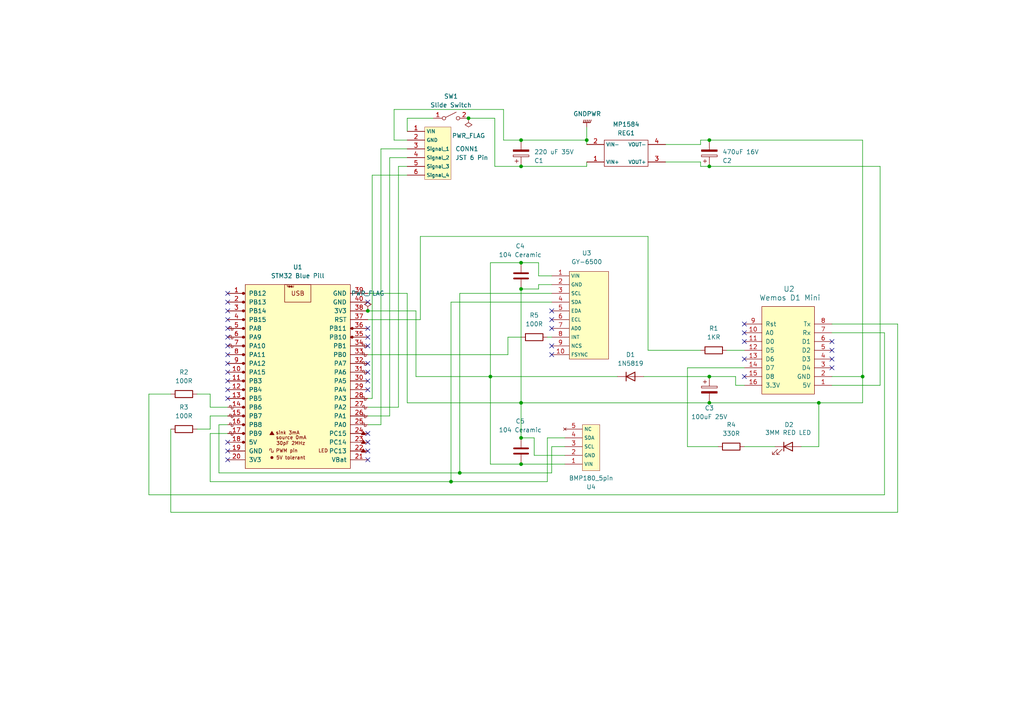
<source format=kicad_sch>
(kicad_sch (version 20250114) (generator "eeschema") (generator_version "9.0")
  (paper "A4")
  (lib_symbols
    (symbol "Device:C" (pin_numbers (hide yes)) (pin_names (offset 0.254))
      (property "Reference" "C" (at 0.635 2.54 0))
      (property "Value" "C" (at 0.635 -2.54 0))
      (symbol "C_0_1"
        (polyline (pts (xy -2.032 0.762) (xy 2.032 0.762)) (stroke (width 0.508)))
        (polyline (pts (xy -2.032 -0.762) (xy 2.032 -0.762)) (stroke (width 0.508)))
      )
      (symbol "C_1_1"
        (pin passive line (at 0 3.81 270) (length 2.794) (name "~") (number "1"))
        (pin passive line (at 0 -3.81 90) (length 2.794) (name "~") (number "2"))
      )
    )
    (symbol "Device:C_Polarized" (pin_numbers (hide yes)) (pin_names (offset 0.254))
      (property "Reference" "C" (at 0.635 2.54 0))
      (property "Value" "C_Polarized" (at 0.635 -2.54 0))
      (symbol "C_Polarized_0_1"
        (rectangle (start -2.286 0.508) (end 2.286 1.016))
        (polyline (pts (xy -1.778 2.286) (xy -0.762 2.286)))
        (polyline (pts (xy -1.27 2.794) (xy -1.27 1.778)))
        (rectangle (start 2.286 -0.508) (end -2.286 -1.016) (fill (type outline)))
      )
      (symbol "C_Polarized_1_1"
        (pin passive line (at 0 3.81 270) (length 2.794) (name "~") (number "1"))
        (pin passive line (at 0 -3.81 90) (length 2.794) (name "~") (number "2"))
      )
    )
    (symbol "Device:D" (pin_numbers (hide yes)) (pin_names (offset 1.016) (hide yes))
      (property "Reference" "D" (at 0 2.54 0))
      (property "Value" "D" (at 0 -2.54 0))
      (symbol "D_0_1"
        (polyline (pts (xy -1.27 1.27) (xy -1.27 -1.27)) (stroke (width 0.254)))
        (polyline (pts (xy 1.27 1.27) (xy 1.27 -1.27) (xy -1.27 0) (xy 1.27 1.27)) (stroke (width 0.254)))
        (polyline (pts (xy 1.27 0) (xy -1.27 0)))
      )
      (symbol "D_1_1"
        (pin passive line (at -3.81 0 0) (length 2.54) (name "K") (number "1"))
        (pin passive line (at 3.81 0 180) (length 2.54) (name "A") (number "2"))
      )
    )
    (symbol "Device:LED" (pin_numbers (hide yes)) (pin_names (offset 1.016) (hide yes))
      (property "Reference" "D" (at 0 2.54 0))
      (property "Value" "LED" (at 0 -2.54 0))
      (symbol "LED_0_1"
        (polyline (pts (xy -3.048 -0.762) (xy -4.572 -2.286) (xy -3.81 -2.286) (xy -4.572 -2.286) (xy -4.572 -1.524)))
        (polyline (pts (xy -1.778 -0.762) (xy -3.302 -2.286) (xy -2.54 -2.286) (xy -3.302 -2.286) (xy -3.302 -1.524)))
        (polyline (pts (xy -1.27 0) (xy 1.27 0)))
        (polyline (pts (xy -1.27 -1.27) (xy -1.27 1.27)) (stroke (width 0.254)))
        (polyline (pts (xy 1.27 -1.27) (xy 1.27 1.27) (xy -1.27 0) (xy 1.27 -1.27)) (stroke (width 0.254)))
      )
      (symbol "LED_1_1"
        (pin passive line (at -3.81 0 0) (length 2.54) (name "K") (number "1"))
        (pin passive line (at 3.81 0 180) (length 2.54) (name "A") (number "2"))
      )
    )
    (symbol "Device:R" (pin_numbers (hide yes)) (pin_names (offset 0))
      (property "Reference" "R" (at 2.032 0 90))
      (property "Value" "R" (at 0 0 90))
      (symbol "R_0_1"
        (rectangle (start -1.016 -2.54) (end 1.016 2.54) (stroke (width 0.254)))
      )
      (symbol "R_1_1"
        (pin passive line (at 0 3.81 270) (length 1.27) (name "~") (number "1"))
        (pin passive line (at 0 -3.81 90) (length 1.27) (name "~") (number "2"))
      )
    )
    (symbol "JST_6pin:JST_XH_6pin"
      (property "Reference" "CONN" (at -0.254 9.398 0))
      (property "Value" "JST 6 Pin" (at 0 -9.398 0))
      (symbol "JST_XH_6pin_1_1"
        (rectangle (start -3.81 7.62) (end 3.81 -7.62) (stroke (width 0.0508)) (fill (type background)))
        (pin power_out line (at -8.89 6.35 0) (length 5.08) (name "VIN") (number "1"))
        (pin power_out line (at -8.89 3.81 0) (length 5.08) (name "GND") (number "2"))
        (pin bidirectional line (at -8.89 1.27 0) (length 5.08) (name "Signal_1") (number "3"))
        (pin bidirectional line (at -8.89 -1.27 0) (length 5.08) (name "Signal_2") (number "4"))
        (pin bidirectional line (at -8.89 -3.81 0) (length 5.08) (name "Signal_3") (number "5"))
        (pin bidirectional line (at -8.89 -6.35 0) (length 5.08) (name "Signal_4") (number "6"))
      )
    )
    (symbol "Switch:SW_SPST" (pin_names (offset 0) (hide yes))
      (property "Reference" "SW" (at 0 3.175 0))
      (property "Value" "SW_SPST" (at 0 -2.54 0))
      (symbol "SW_SPST_0_0"
        (circle (center -2.032 0) (radius 0.508))
        (polyline (pts (xy -1.524 0.254) (xy 1.524 1.778)))
        (circle (center 2.032 0) (radius 0.508))
      )
      (symbol "SW_SPST_1_1"
        (pin passive line (at -5.08 0 0) (length 2.54) (name "A") (number "1"))
        (pin passive line (at 5.08 0 180) (length 2.54) (name "B") (number "2"))
      )
    )
    (symbol "YAAJ_BluePill_Part_Like:YAAJ_BluePill_Part_Like" (pin_names (offset 1.016))
      (property "Reference" "U1" (at 0 30.48 0))
      (property "Value" "STM32 Blue Pill" (at 0 27.94 0))
      (symbol "YAAJ_BluePill_Part_Like_0_0"
        (circle (center -15.748 22.86) (radius 0.3556) (fill (type outline)))
        (circle (center -15.748 17.78) (radius 0.3556) (fill (type outline)))
        (circle (center -15.748 15.24) (radius 0.3556) (fill (type outline)))
        (circle (center -15.748 12.7) (radius 0.3556) (fill (type outline)))
        (circle (center -15.748 10.16) (radius 0.3556) (fill (type outline)))
        (circle (center -15.748 7.62) (radius 0.3556) (fill (type outline)))
        (circle (center -15.748 5.08) (radius 0.3556) (fill (type outline)))
        (circle (center -15.748 2.54) (radius 0.3556) (fill (type outline)))
        (circle (center -15.748 0) (radius 0.3556) (fill (type outline)))
        (circle (center -15.748 -2.54) (radius 0.3556) (fill (type outline)))
        (circle (center -15.748 -5.08) (radius 0.3556) (fill (type outline)))
        (circle (center -15.748 -7.62) (radius 0.3556) (fill (type outline)))
        (circle (center -15.748 -10.16) (radius 0.3556) (fill (type outline)))
        (circle (center -15.748 -12.7) (radius 0.3556) (fill (type outline)))
        (circle (center -15.748 -15.24) (radius 0.3556) (fill (type outline)))
        (circle (center -15.748 -17.78) (radius 0.3556) (fill (type outline)))
        (circle (center -15.748 -20.32) (radius 0.3556) (fill (type outline)))
        (polyline (pts (xy -8.128 -18.161) (xy -7.493 -17.145) (xy -6.858 -18.161) (xy -8.128 -18.161) (xy -7.493 -17.272) (xy -6.985 -18.161) (xy -8.001 -18.034) (xy -7.493 -17.399) (xy -7.112 -18.161) (xy -7.874 -17.907) (xy -7.366 -17.526) (xy -7.239 -18.161) (xy -7.747 -17.78) (xy -7.239 -17.653) (xy -7.366 -18.034) (xy -7.62 -17.78) (xy -7.366 -17.907) (xy -7.493 -17.653)))
        (circle (center -7.493 -24.765) (radius 0.127) (fill (type outline)))
        (circle (center -7.493 -24.765) (radius 0.254))
        (circle (center -7.493 -24.765) (radius 0.3556))
        (circle (center 15.748 12.7) (radius 0.254) (fill (type outline)))
        (circle (center 15.748 12.7) (radius 0.3556))
        (circle (center 15.748 10.16) (radius 0.254) (fill (type outline)))
        (circle (center 15.748 10.16) (radius 0.3556))
        (polyline (pts (xy 18.415 -18.161) (xy 19.05 -17.145) (xy 19.685 -18.161) (xy 18.415 -18.161) (xy 19.05 -17.272) (xy 19.558 -18.161) (xy 18.542 -18.034) (xy 19.05 -17.399) (xy 19.431 -18.161) (xy 18.669 -17.907) (xy 19.177 -17.526) (xy 19.304 -18.161) (xy 18.796 -17.78) (xy 19.304 -17.653) (xy 19.177 -18.034) (xy 18.923 -17.78) (xy 19.177 -17.907) (xy 19.05 -17.653)))
        (polyline (pts (xy 18.415 -20.701) (xy 19.05 -19.685) (xy 19.685 -20.701) (xy 18.415 -20.701) (xy 19.05 -19.812) (xy 19.558 -20.701) (xy 18.542 -20.574) (xy 19.05 -19.939) (xy 19.431 -20.701) (xy 18.669 -20.447) (xy 19.177 -20.066) (xy 19.304 -20.701) (xy 18.796 -20.32) (xy 19.304 -20.193) (xy 19.177 -20.574) (xy 18.923 -20.32) (xy 19.177 -20.447) (xy 19.05 -20.193)))
        (polyline (pts (xy 18.415 -23.241) (xy 19.05 -22.225) (xy 19.685 -23.241) (xy 18.415 -23.241) (xy 19.05 -22.352) (xy 19.558 -23.241) (xy 18.542 -23.114) (xy 19.05 -22.479) (xy 19.431 -23.241) (xy 18.669 -22.987) (xy 19.177 -22.606) (xy 19.304 -23.241) (xy 18.796 -22.86) (xy 19.304 -22.733) (xy 19.177 -23.114) (xy 18.923 -22.86) (xy 19.177 -22.987) (xy 19.05 -22.733)))
        (text "PWM pin" (at -3.175 -22.733 0) (effects (font (size 0.9906 0.9906))))
        (text "sink 3mA" (at -2.921 -17.526 0) (effects (font (size 0.9906 0.9906))))
        (text "Y@@J" (at -2.159 24.892 0) (effects (font (size 0.508 0.508))))
        (text "30pF 2MHz" (at -2.032 -20.574 0) (effects (font (size 0.9906 0.9906))))
        (text "5V tolerant" (at -2.032 -24.765 0) (effects (font (size 0.9906 0.9906))))
        (text "source 0mA" (at -1.905 -18.923 0) (effects (font (size 0.9906 0.9906))))
        (text "USB" (at 0 22.86 0) (effects (font (size 1.27 1.27))))
        (text "LED" (at 7.366 -22.733 0) (effects (font (size 0.9906 0.9906))))
      )
      (symbol "YAAJ_BluePill_Part_Like_0_1"
        (polyline (pts (xy -18.796 12.7) (xy -18.796 12.192) (xy -19.304 12.192) (xy -19.304 13.208) (xy -19.812 13.208) (xy -19.812 12.7)))
        (polyline (pts (xy -18.796 10.16) (xy -18.796 9.652) (xy -19.304 9.652) (xy -19.304 10.668) (xy -19.812 10.668) (xy -19.812 10.16)))
        (polyline (pts (xy -18.796 7.62) (xy -18.796 7.112) (xy -19.304 7.112) (xy -19.304 8.128) (xy -19.812 8.128) (xy -19.812 7.62)))
        (polyline (pts (xy -18.796 -10.16) (xy -18.796 -10.668) (xy -19.304 -10.668) (xy -19.304 -9.652) (xy -19.812 -9.652) (xy -19.812 -10.16)))
        (polyline (pts (xy -18.796 -12.7) (xy -18.796 -13.208) (xy -19.304 -13.208) (xy -19.304 -12.192) (xy -19.812 -12.192) (xy -19.812 -12.7)))
        (polyline (pts (xy -18.796 -15.24) (xy -18.796 -15.748) (xy -19.304 -15.748) (xy -19.304 -14.732) (xy -19.812 -14.732) (xy -19.812 -15.24)))
        (polyline (pts (xy -18.796 -17.78) (xy -18.796 -18.288) (xy -19.304 -18.288) (xy -19.304 -17.272) (xy -19.812 -17.272) (xy -19.812 -17.78)))
        (rectangle (start -15.24 25.4) (end 15.24 -27.94) (fill (type background)))
        (polyline (pts (xy -7.112 -22.733) (xy -7.112 -23.241) (xy -7.62 -23.241) (xy -7.62 -22.225) (xy -8.128 -22.225) (xy -8.128 -22.733)))
        (rectangle (start 3.81 25.4) (end -3.81 20.32))
        (polyline (pts (xy 19.812 7.62) (xy 19.812 7.112) (xy 19.304 7.112) (xy 19.304 8.128) (xy 18.796 8.128) (xy 18.796 7.62)))
        (polyline (pts (xy 19.812 5.08) (xy 19.812 4.572) (xy 19.304 4.572) (xy 19.304 5.588) (xy 18.796 5.588) (xy 18.796 5.08)))
        (polyline (pts (xy 19.812 2.54) (xy 19.812 2.032) (xy 19.304 2.032) (xy 19.304 3.048) (xy 18.796 3.048) (xy 18.796 2.54)))
        (polyline (pts (xy 19.812 0) (xy 19.812 -0.508) (xy 19.304 -0.508) (xy 19.304 0.508) (xy 18.796 0.508) (xy 18.796 0)))
        (polyline (pts (xy 19.812 -7.62) (xy 19.812 -8.128) (xy 19.304 -8.128) (xy 19.304 -7.112) (xy 18.796 -7.112) (xy 18.796 -7.62)))
        (polyline (pts (xy 19.812 -10.16) (xy 19.812 -10.668) (xy 19.304 -10.668) (xy 19.304 -9.652) (xy 18.796 -9.652) (xy 18.796 -10.16)))
        (polyline (pts (xy 19.812 -12.7) (xy 19.812 -13.208) (xy 19.304 -13.208) (xy 19.304 -12.192) (xy 18.796 -12.192) (xy 18.796 -12.7)))
        (polyline (pts (xy 19.812 -15.24) (xy 19.812 -15.748) (xy 19.304 -15.748) (xy 19.304 -14.732) (xy 18.796 -14.732) (xy 18.796 -15.24)))
      )
      (symbol "YAAJ_BluePill_Part_Like_1_1"
        (circle (center -15.748 20.32) (radius 0.3556) (fill (type outline)))
        (pin bidirectional line (at -20.32 22.86 0) (length 5.08) (name "PB12") (number "1"))
        (pin bidirectional line (at -20.32 20.32 0) (length 5.08) (name "PB13") (number "2"))
        (pin bidirectional line (at -20.32 17.78 0) (length 5.08) (name "PB14") (number "3"))
        (pin bidirectional line (at -20.32 15.24 0) (length 5.08) (name "PB15") (number "4"))
        (pin bidirectional line (at -20.32 12.7 0) (length 5.08) (name "PA8") (number "5"))
        (pin bidirectional line (at -20.32 10.16 0) (length 5.08) (name "PA9") (number "6"))
        (pin bidirectional line (at -20.32 7.62 0) (length 5.08) (name "PA10") (number "7"))
        (pin bidirectional line (at -20.32 5.08 0) (length 5.08) (name "PA11") (number "8"))
        (pin bidirectional line (at -20.32 2.54 0) (length 5.08) (name "PA12") (number "9"))
        (pin bidirectional line (at -20.32 0 0) (length 5.08) (name "PA15") (number "10"))
        (pin bidirectional line (at -20.32 -2.54 0) (length 5.08) (name "PB3") (number "11"))
        (pin bidirectional line (at -20.32 -5.08 0) (length 5.08) (name "PB4") (number "12"))
        (pin bidirectional line (at -20.32 -7.62 0) (length 5.08) (name "PB5") (number "13"))
        (pin bidirectional line (at -20.32 -10.16 0) (length 5.08) (name "PB6") (number "14"))
        (pin bidirectional line (at -20.32 -12.7 0) (length 5.08) (name "PB7") (number "15"))
        (pin bidirectional line (at -20.32 -15.24 0) (length 5.08) (name "PB8") (number "16"))
        (pin bidirectional line (at -20.32 -17.78 0) (length 5.08) (name "PB9") (number "17"))
        (pin power_in line (at -20.32 -20.32 0) (length 5.08) (name "5V") (number "18"))
        (pin power_in line (at -20.32 -22.86 0) (length 5.08) (name "GND") (number "19"))
        (pin power_in line (at -20.32 -25.4 0) (length 5.08) (name "3V3") (number "20"))
        (pin power_in line (at 20.32 22.86 180) (length 5.08) (name "GND") (number "39"))
        (pin power_in line (at 20.32 20.32 180) (length 5.08) (name "GND") (number "40"))
        (pin power_in line (at 20.32 17.78 180) (length 5.08) (name "3V3") (number "38"))
        (pin input line (at 20.32 15.24 180) (length 5.08) (name "RST") (number "37"))
        (pin bidirectional line (at 20.32 12.7 180) (length 5.08) (name "PB11") (number "36"))
        (pin bidirectional line (at 20.32 10.16 180) (length 5.08) (name "PB10") (number "35"))
        (pin bidirectional line (at 20.32 7.62 180) (length 5.08) (name "PB1") (number "34"))
        (pin bidirectional line (at 20.32 5.08 180) (length 5.08) (name "PB0") (number "33"))
        (pin bidirectional line (at 20.32 2.54 180) (length 5.08) (name "PA7") (number "32"))
        (pin bidirectional line (at 20.32 0 180) (length 5.08) (name "PA6") (number "31"))
        (pin bidirectional line (at 20.32 -2.54 180) (length 5.08) (name "PA5") (number "30"))
        (pin bidirectional line (at 20.32 -5.08 180) (length 5.08) (name "PA4") (number "29"))
        (pin bidirectional line (at 20.32 -7.62 180) (length 5.08) (name "PA3") (number "28"))
        (pin bidirectional line (at 20.32 -10.16 180) (length 5.08) (name "PA2") (number "27"))
        (pin bidirectional line (at 20.32 -12.7 180) (length 5.08) (name "PA1") (number "26"))
        (pin bidirectional line (at 20.32 -15.24 180) (length 5.08) (name "PA0") (number "25"))
        (pin bidirectional line (at 20.32 -17.78 180) (length 5.08) (name "PC15") (number "24"))
        (pin bidirectional line (at 20.32 -20.32 180) (length 5.08) (name "PC14") (number "23"))
        (pin bidirectional line (at 20.32 -22.86 180) (length 5.08) (name "PC13") (number "22"))
        (pin power_in line (at 20.32 -25.4 180) (length 5.08) (name "VBat") (number "21"))
      )
    )
    (symbol "bmp180:BMP180_5pin"
      (property "Reference" "U" (at 0 8.636 0))
      (property "Value" "BMP180_5pin" (at 0 -8.636 0))
      (symbol "BMP180_5pin_1_0"
        (pin power_in line (at -7.62 5.08 0) (length 5.08) (name "VIN") (number "1"))
        (pin power_in line (at -7.62 2.54 0) (length 5.08) (name "GND") (number "2"))
        (pin bidirectional line (at -7.62 0 0) (length 5.08) (name "SCL") (number "3"))
        (pin bidirectional line (at -7.62 -2.54 0) (length 5.08) (name "SDA") (number "4"))
        (pin no_connect line (at -7.62 -5.08 0) (length 5.08) (name "NC") (number "5"))
      )
      (symbol "BMP180_5pin_1_1"
        (rectangle (start -2.54 6.985) (end 2.54 -6.35) (stroke (width 0.1)) (fill (type background)))
      )
    )
    (symbol "gy6500:GY-6500"
      (property "Reference" "U" (at 2.794 15.24 0))
      (property "Value" "GY-6500" (at 0 -15.24 0))
      (symbol "GY-6500_1_0"
        (pin power_in line (at -10.16 11.43 0) (length 5.08) (name "VIN") (number "1"))
        (pin power_in line (at -10.16 8.89 0) (length 5.08) (name "GND") (number "2"))
        (pin bidirectional line (at -10.16 6.35 0) (length 5.08) (name "SCL") (number "3"))
        (pin bidirectional line (at -10.16 3.81 0) (length 5.08) (name "SDA") (number "4"))
        (pin bidirectional line (at -10.16 1.27 0) (length 5.08) (name "EDA") (number "5"))
        (pin bidirectional line (at -10.16 -1.27 0) (length 5.08) (name "ECL") (number "6"))
        (pin input line (at -10.16 -3.81 0) (length 5.08) (name "AD0") (number "7"))
        (pin output line (at -10.16 -6.35 0) (length 5.08) (name "INT") (number "8"))
        (pin input line (at -10.16 -8.89 0) (length 5.08) (name "NCS") (number "9"))
        (pin input line (at -10.16 -11.43 0) (length 5.08) (name "FSYNC") (number "10"))
      )
      (symbol "GY-6500_1_1"
        (rectangle (start -5.08 12.7) (end 6.35 -12.7) (stroke (width 0.127)) (fill (type background)))
      )
    )
    (symbol "mp1584:MP1584"
      (property "Reference" "REG" (at 0 5.842 0))
      (property "Value" "MP1584" (at -0.254 -5.588 0))
      (symbol "MP1584_0_1"
        (rectangle (start -6.35 3.81) (end 6.35 -3.81))
      )
      (symbol "MP1584_1_1"
        (pin power_in line (at -11.43 2.54 0) (length 5.08) (name "VIN-") (number "2"))
        (pin power_in line (at -11.43 -2.54 0) (length 5.08) (name "VIN+") (number "1"))
        (pin power_out line (at 11.43 2.54 180) (length 5.08) (name "VOUT-") (number "4"))
        (pin power_out line (at 11.43 -2.54 180) (length 5.08) (name "VOUT+") (number "3"))
      )
    )
    (symbol "power:GNDPWR" (power) (pin_numbers (hide yes)) (pin_names (offset 0) (hide yes))
      (property "Value" "GNDPWR" (at 0 -3.302 0))
      (symbol "GNDPWR_0_1"
        (polyline (pts (xy -1.016 -1.27) (xy -1.27 -2.032) (xy -1.27 -2.032)) (stroke (width 0.2032)))
        (polyline (pts (xy -0.508 -1.27) (xy -0.762 -2.032) (xy -0.762 -2.032)) (stroke (width 0.2032)))
        (polyline (pts (xy 0 -1.27) (xy 0 0)))
        (polyline (pts (xy 0 -1.27) (xy -0.254 -2.032) (xy -0.254 -2.032)) (stroke (width 0.2032)))
        (polyline (pts (xy 0.508 -1.27) (xy 0.254 -2.032) (xy 0.254 -2.032)) (stroke (width 0.2032)))
        (polyline (pts (xy 1.016 -1.27) (xy -1.016 -1.27) (xy -1.016 -1.27)) (stroke (width 0.2032)))
        (polyline (pts (xy 1.016 -1.27) (xy 0.762 -2.032) (xy 0.762 -2.032) (xy 0.762 -2.032)) (stroke (width 0.2032)))
      )
      (symbol "GNDPWR_1_1"
        (pin power_in line (at 0 0 270) (length 0) (name "~") (number "1"))
      )
    )
    (symbol "power:PWR_FLAG" (power) (pin_numbers (hide yes)) (pin_names (offset 0) (hide yes))
      (property "Value" "PWR_FLAG" (at 0 3.81 0))
      (symbol "PWR_FLAG_0_0"
        (pin power_out line (at 0 0 90) (length 0) (name "~") (number "1"))
      )
      (symbol "PWR_FLAG_0_1"
        (polyline (pts (xy 0 0) (xy 0 1.27) (xy -1.016 1.905) (xy 0 2.54) (xy 1.016 1.905) (xy 0 1.27)))
      )
    )
    (symbol "wemos_mini:WeMos_mini" (pin_names (offset 1.016))
      (property "Reference" "U2" (at 0 -16.51 0))
      (property "Value" "Wemos D1 Mini" (at 0 -19.05 0))
      (symbol "WeMos_mini_0_1"
        (rectangle (start -7.62 11.43) (end 7.62 -13.97) (fill (type background)))
      )
      (symbol "WeMos_mini_1_1"
        (pin power_in line (at -12.7 8.89 0) (length 5.08) (name "5V") (number "1"))
        (pin power_in line (at -12.7 6.35 0) (length 5.08) (name "GND") (number "2"))
        (pin bidirectional line (at -12.7 3.81 0) (length 5.08) (name "D4") (number "3"))
        (pin bidirectional line (at -12.7 1.27 0) (length 5.08) (name "D3") (number "4"))
        (pin bidirectional line (at -12.7 -1.27 0) (length 5.08) (name "D2") (number "5"))
        (pin bidirectional line (at -12.7 -3.81 0) (length 5.08) (name "D1") (number "6"))
        (pin bidirectional line (at -12.7 -6.35 0) (length 5.08) (name "Rx") (number "7"))
        (pin bidirectional line (at -12.7 -8.89 0) (length 5.08) (name "Tx") (number "8"))
        (pin power_out line (at 12.7 8.89 180) (length 5.08) (name "3.3V") (number "16"))
        (pin bidirectional line (at 12.7 6.35 180) (length 5.08) (name "D8") (number "15"))
        (pin bidirectional line (at 12.7 3.81 180) (length 5.08) (name "D7") (number "14"))
        (pin bidirectional line (at 12.7 1.27 180) (length 5.08) (name "D6") (number "13"))
        (pin bidirectional line (at 12.7 -1.27 180) (length 5.08) (name "D5") (number "12"))
        (pin bidirectional line (at 12.7 -3.81 180) (length 5.08) (name "D0") (number "11"))
        (pin bidirectional line (at 12.7 -6.35 180) (length 5.08) (name "A0") (number "10"))
        (pin bidirectional line (at 12.7 -8.89 180) (length 5.08) (name "Rst") (number "9"))
      )
    )
  )
  (junction (at 205.74 48.26))
  (junction (at 237.49 116.84))
  (junction (at 151.13 40.64))
  (junction (at 250.19 109.22))
  (junction (at 135.89 34.29))
  (junction (at 130.81 139.7))
  (junction (at 151.13 83.82))
  (junction (at 142.24 109.22))
  (junction (at 151.13 76.2))
  (junction (at 133.35 137.16))
  (junction (at 151.13 116.84))
  (junction (at 151.13 127))
  (junction (at 205.74 40.64))
  (junction (at 205.74 109.22))
  (junction (at 205.74 116.84))
  (junction (at 170.18 40.64))
  (junction (at 151.13 134.62))
  (junction (at 106.68 90.17))
  (junction (at 151.13 48.26))
  (no_connect (at 106.68 107.95))
  (no_connect (at 66.04 115.57))
  (no_connect (at 106.68 130.81))
  (no_connect (at 66.04 133.35))
  (no_connect (at 106.68 128.27))
  (no_connect (at 160.02 95.25))
  (no_connect (at 215.9 109.22))
  (no_connect (at 215.9 96.52))
  (no_connect (at 66.04 85.09))
  (no_connect (at 215.9 99.06))
  (no_connect (at 241.3 104.14))
  (no_connect (at 241.3 106.68))
  (no_connect (at 160.02 102.87))
  (no_connect (at 106.68 113.03))
  (no_connect (at 160.02 100.33))
  (no_connect (at 106.68 105.41))
  (no_connect (at 66.04 90.17))
  (no_connect (at 106.68 100.33))
  (no_connect (at 160.02 92.71))
  (no_connect (at 106.68 95.25))
  (no_connect (at 106.68 125.73))
  (no_connect (at 66.04 110.49))
  (no_connect (at 66.04 95.25))
  (no_connect (at 66.04 130.81))
  (no_connect (at 66.04 87.63))
  (no_connect (at 106.68 97.79))
  (no_connect (at 241.3 99.06))
  (no_connect (at 215.9 93.98))
  (no_connect (at 106.68 110.49))
  (no_connect (at 106.68 87.63))
  (no_connect (at 215.9 104.14))
  (no_connect (at 66.04 113.03))
  (no_connect (at 66.04 100.33))
  (no_connect (at 66.04 97.79))
  (no_connect (at 66.04 102.87))
  (no_connect (at 66.04 92.71))
  (no_connect (at 160.02 90.17))
  (no_connect (at 106.68 133.35))
  (no_connect (at 66.04 105.41))
  (no_connect (at 66.04 107.95))
  (no_connect (at 241.3 101.6))
  (no_connect (at 66.04 128.27))
  (wire (pts (xy 160.02 137.16) (xy 133.35 137.16)))
  (wire (pts (xy 114.3 31.75) (xy 146.05 31.75)))
  (wire (pts (xy 135.89 34.29) (xy 143.51 34.29)))
  (wire (pts (xy 193.04 46.99) (xy 203.2 46.99)))
  (wire (pts (xy 60.96 139.7) (xy 60.96 125.73)))
  (wire (pts (xy 107.95 50.8) (xy 107.95 115.57)))
  (wire (pts (xy 60.96 125.73) (xy 66.04 125.73)))
  (wire (pts (xy 154.94 127) (xy 151.13 127)))
  (wire (pts (xy 250.19 116.84) (xy 250.19 109.22)))
  (wire (pts (xy 255.27 48.26) (xy 255.27 111.76)))
  (wire (pts (xy 156.21 82.55) (xy 156.21 83.82)))
  (wire (pts (xy 147.32 97.79) (xy 147.32 102.87)))
  (wire (pts (xy 160.02 85.09) (xy 133.35 85.09)))
  (wire (pts (xy 66.04 120.65) (xy 60.96 120.65)))
  (wire (pts (xy 118.11 43.18) (xy 110.49 43.18)))
  (wire (pts (xy 118.11 85.09) (xy 106.68 85.09)))
  (wire (pts (xy 187.96 101.6) (xy 187.96 68.58)))
  (wire (pts (xy 49.53 114.3) (xy 43.18 114.3)))
  (wire (pts (xy 250.19 40.64) (xy 250.19 109.22)))
  (wire (pts (xy 151.13 83.82) (xy 151.13 116.84)))
  (wire (pts (xy 170.18 40.64) (xy 170.18 41.91)))
  (wire (pts (xy 130.81 139.7) (xy 158.75 139.7)))
  (wire (pts (xy 133.35 137.16) (xy 63.5 137.16)))
  (wire (pts (xy 118.11 116.84) (xy 151.13 116.84)))
  (wire (pts (xy 142.24 109.22) (xy 179.07 109.22)))
  (wire (pts (xy 151.13 40.64) (xy 170.18 40.64)))
  (wire (pts (xy 156.21 83.82) (xy 151.13 83.82)))
  (wire (pts (xy 142.24 109.22) (xy 142.24 134.62)))
  (wire (pts (xy 143.51 34.29) (xy 143.51 48.26)))
  (wire (pts (xy 199.39 106.68) (xy 199.39 129.54)))
  (wire (pts (xy 130.81 87.63) (xy 130.81 139.7)))
  (wire (pts (xy 66.04 118.11) (xy 60.96 118.11)))
  (wire (pts (xy 49.53 148.59) (xy 260.35 148.59)))
  (wire (pts (xy 203.2 101.6) (xy 187.96 101.6)))
  (wire (pts (xy 256.54 96.52) (xy 241.3 96.52)))
  (wire (pts (xy 120.65 90.17) (xy 106.68 90.17)))
  (wire (pts (xy 142.24 76.2) (xy 142.24 109.22)))
  (wire (pts (xy 160.02 80.01) (xy 156.21 80.01)))
  (wire (pts (xy 142.24 134.62) (xy 151.13 134.62)))
  (wire (pts (xy 121.92 92.71) (xy 106.68 92.71)))
  (wire (pts (xy 60.96 118.11) (xy 60.96 114.3)))
  (wire (pts (xy 107.95 115.57) (xy 106.68 115.57)))
  (wire (pts (xy 60.96 114.3) (xy 57.15 114.3)))
  (wire (pts (xy 160.02 82.55) (xy 156.21 82.55)))
  (wire (pts (xy 213.36 109.22) (xy 205.74 109.22)))
  (wire (pts (xy 49.53 124.46) (xy 49.53 148.59)))
  (wire (pts (xy 215.9 129.54) (xy 224.79 129.54)))
  (wire (pts (xy 210.82 101.6) (xy 215.9 101.6)))
  (wire (pts (xy 125.73 34.29) (xy 118.11 34.29)))
  (wire (pts (xy 113.03 120.65) (xy 106.68 120.65)))
  (wire (pts (xy 63.5 123.19) (xy 66.04 123.19)))
  (wire (pts (xy 193.04 41.91) (xy 203.2 41.91)))
  (wire (pts (xy 63.5 137.16) (xy 63.5 123.19)))
  (wire (pts (xy 205.74 116.84) (xy 237.49 116.84)))
  (wire (pts (xy 163.83 127) (xy 158.75 127)))
  (wire (pts (xy 186.69 109.22) (xy 205.74 109.22)))
  (wire (pts (xy 60.96 139.7) (xy 130.81 139.7)))
  (wire (pts (xy 241.3 109.22) (xy 250.19 109.22)))
  (wire (pts (xy 115.57 48.26) (xy 115.57 118.11)))
  (wire (pts (xy 151.13 116.84) (xy 151.13 127)))
  (wire (pts (xy 60.96 124.46) (xy 57.15 124.46)))
  (wire (pts (xy 143.51 48.26) (xy 151.13 48.26)))
  (wire (pts (xy 118.11 116.84) (xy 118.11 85.09)))
  (wire (pts (xy 156.21 76.2) (xy 151.13 76.2)))
  (wire (pts (xy 213.36 111.76) (xy 213.36 109.22)))
  (wire (pts (xy 110.49 43.18) (xy 110.49 123.19)))
  (wire (pts (xy 158.75 127) (xy 158.75 139.7)))
  (wire (pts (xy 118.11 50.8) (xy 107.95 50.8)))
  (wire (pts (xy 199.39 129.54) (xy 208.28 129.54)))
  (wire (pts (xy 205.74 40.64) (xy 250.19 40.64)))
  (wire (pts (xy 215.9 111.76) (xy 213.36 111.76)))
  (wire (pts (xy 118.11 48.26) (xy 115.57 48.26)))
  (wire (pts (xy 170.18 36.83) (xy 170.18 40.64)))
  (wire (pts (xy 146.05 40.64) (xy 151.13 40.64)))
  (wire (pts (xy 151.13 48.26) (xy 170.18 48.26)))
  (wire (pts (xy 203.2 41.91) (xy 203.2 40.64)))
  (wire (pts (xy 142.24 109.22) (xy 120.65 109.22)))
  (wire (pts (xy 237.49 116.84) (xy 237.49 129.54)))
  (wire (pts (xy 147.32 102.87) (xy 106.68 102.87)))
  (wire (pts (xy 260.35 148.59) (xy 260.35 93.98)))
  (wire (pts (xy 60.96 120.65) (xy 60.96 124.46)))
  (wire (pts (xy 205.74 48.26) (xy 255.27 48.26)))
  (wire (pts (xy 121.92 68.58) (xy 121.92 92.71)))
  (wire (pts (xy 43.18 114.3) (xy 43.18 143.51)))
  (wire (pts (xy 160.02 87.63) (xy 130.81 87.63)))
  (wire (pts (xy 158.75 97.79) (xy 160.02 97.79)))
  (wire (pts (xy 151.13 116.84) (xy 205.74 116.84)))
  (wire (pts (xy 203.2 46.99) (xy 203.2 48.26)))
  (wire (pts (xy 118.11 34.29) (xy 118.11 38.1)))
  (wire (pts (xy 203.2 48.26) (xy 205.74 48.26)))
  (wire (pts (xy 154.94 132.08) (xy 154.94 127)))
  (wire (pts (xy 187.96 68.58) (xy 121.92 68.58)))
  (wire (pts (xy 114.3 40.64) (xy 114.3 31.75)))
  (wire (pts (xy 146.05 31.75) (xy 146.05 40.64)))
  (wire (pts (xy 118.11 45.72) (xy 113.03 45.72)))
  (wire (pts (xy 215.9 106.68) (xy 199.39 106.68)))
  (wire (pts (xy 151.13 134.62) (xy 163.83 134.62)))
  (wire (pts (xy 43.18 143.51) (xy 256.54 143.51)))
  (wire (pts (xy 133.35 85.09) (xy 133.35 137.16)))
  (wire (pts (xy 255.27 111.76) (xy 241.3 111.76)))
  (wire (pts (xy 106.68 123.19) (xy 110.49 123.19)))
  (wire (pts (xy 260.35 93.98) (xy 241.3 93.98)))
  (wire (pts (xy 237.49 116.84) (xy 250.19 116.84)))
  (wire (pts (xy 113.03 45.72) (xy 113.03 120.65)))
  (wire (pts (xy 160.02 129.54) (xy 160.02 137.16)))
  (wire (pts (xy 163.83 129.54) (xy 160.02 129.54)))
  (wire (pts (xy 106.68 118.11) (xy 115.57 118.11)))
  (wire (pts (xy 256.54 143.51) (xy 256.54 96.52)))
  (wire (pts (xy 232.41 129.54) (xy 237.49 129.54)))
  (wire (pts (xy 147.32 97.79) (xy 151.13 97.79)))
  (wire (pts (xy 170.18 46.99) (xy 170.18 48.26)))
  (wire (pts (xy 120.65 90.17) (xy 120.65 109.22)))
  (wire (pts (xy 163.83 132.08) (xy 154.94 132.08)))
  (wire (pts (xy 203.2 40.64) (xy 205.74 40.64)))
  (wire (pts (xy 151.13 76.2) (xy 142.24 76.2)))
  (wire (pts (xy 118.11 40.64) (xy 114.3 40.64)))
  (wire (pts (xy 156.21 80.01) (xy 156.21 76.2)))
  (symbol (lib_id "Switch:SW_SPST") (at 130.81 34.29 0) (unit 1)
    (property "Reference" "SW1" (at 130.81 27.94 0))
    (property "Value" "Slide Switch" (at 130.81 30.48 0))
    (property "Footprint" "Button_Switch_THT:SW_Slide-03_Wuerth-WS-SLTV_10x2.5x6.4_P2.54mm" (effects (hide yes)))
    (property "Description" "Single Pole Single Throw (SPST) switch" (effects (hide yes)))
  )
  (symbol (lib_id "power:PWR_FLAG") (at 106.68 90.17 0) (unit 1)
    (property "Reference" "#FLG02" (effects (hide yes)))
    (property "Value" "PWR_FLAG" (at 106.68 85.09 0))
    (property "Description" "Special symbol for telling ERC where power comes from" (effects (hide yes)))
  )
  (symbol (lib_id "power:GNDPWR") (at 170.18 36.83 180) (unit 1)
    (property "Reference" "#PWR01" (effects (hide yes)))
    (property "Value" "GNDPWR" (at 170.307 33.02 0))
    (property "Description" "Power symbol creates a global label with name \"GNDPWR\" , global ground" (effects (hide yes)))
  )
  (symbol (lib_id "Device:C_Polarized") (at 205.74 113.03 0) (unit 1)
    (property "Reference" "C3" (at 205.74 118.364 0))
    (property "Value" "100uF 25V" (at 205.74 120.904 0))
    (property "Footprint" "Capacitor_THT:CP_Radial_D5.0mm_P2.50mm" (effects (hide yes)))
    (property "Description" "Polarized capacitor" (effects (hide yes)))
  )
  (symbol (lib_id "Device:R") (at 212.09 129.54 270) (unit 1)
    (property "Reference" "R4" (at 212.09 123.19 90))
    (property "Value" "330R" (at 212.09 125.73 90))
    (property "Footprint" "Resistor_THT:R_Axial_DIN0207_L6.3mm_D2.5mm_P7.62mm_Horizontal" (effects (hide yes)))
    (property "Description" "Resistor" (effects (hide yes)))
  )
  (symbol (lib_id "Device:C") (at 151.13 80.01 0) (unit 1)
    (property "Reference" "C4" (at 150.876 71.374 0))
    (property "Value" "104 Ceramic" (at 150.876 73.914 0))
    (property "Footprint" "Capacitor_THT:C_Disc_D4.3mm_W1.9mm_P5.00mm" (effects (hide yes)))
    (property "Description" "Unpolarized capacitor" (effects (hide yes)))
  )
  (symbol (lib_id "Device:D") (at 182.88 109.22 0) (unit 1)
    (property "Reference" "D1" (at 182.88 102.87 0))
    (property "Value" "1N5819" (at 182.88 105.41 0))
    (property "Footprint" "Diode_THT:D_DO-41_SOD81_P7.62mm_Horizontal" (effects (hide yes)))
    (property "Description" "Diode" (effects (hide yes)))
    (property "Sim.Device" "D" (effects (hide yes)))
    (property "Sim.Pins" "1=K 2=A" (effects (hide yes)))
  )
  (symbol (lib_id "power:PWR_FLAG") (at 135.89 34.29 180) (unit 1)
    (property "Reference" "#FLG01" (effects (hide yes)))
    (property "Value" "PWR_FLAG" (at 135.89 39.37 0))
    (property "Description" "Special symbol for telling ERC where power comes from" (effects (hide yes)))
  )
  (symbol (lib_id "Device:LED") (at 228.6 129.54 0) (unit 1)
    (property "Reference" "D2" (at 228.854 123.19 0))
    (property "Value" "3MM RED LED" (at 228.6 125.476 0))
    (property "Footprint" "LED_THT:LED_D3.0mm" (effects (hide yes)))
    (property "Description" "Light emitting diode" (effects (hide yes)))
    (property "Sim.Pins" "1=K 2=A" (effects (hide yes)))
  )
  (symbol (lib_id "gy6500:GY-6500") (at 170.18 91.44 0) (unit 1)
    (property "Reference" "U3" (at 170.18 73.406 0))
    (property "Value" "GY-6500" (at 170.18 75.946 0))
    (property "Footprint" "GY6500:GY6500" (effects (hide yes)))
    (property "Description" "MPU6500 6-axis IMU Module" (effects (hide yes)))
  )
  (symbol (lib_id "bmp180:BMP180_5pin") (at 171.45 129.54 0) (mirror x) (unit 1)
    (property "Reference" "U4" (at 171.45 141.224 0))
    (property "Value" "BMP180_5pin" (at 171.45 138.684 0))
    (property "Footprint" "BMP180:BMP180_5Pin" (effects (hide yes)))
    (property "Description" "Barometric Pressure Sensor 5-pin Module" (effects (hide yes)))
  )
  (symbol (lib_id "YAAJ_BluePill_Part_Like:YAAJ_BluePill_Part_Like") (at 86.36 107.95 0) (unit 1)
    (property "Reference" "U1" (at 86.36 77.47 0))
    (property "Value" "STM32 Blue Pill" (at 86.36 80.01 0))
    (property "Footprint" "STM32_Footprints:YAAJ_BluePill_2" (effects (hide yes)))
    (property "Description" "STM32 Blue Pill ; not KLC compliant" (effects (hide yes)))
  )
  (symbol (lib_id "mp1584:MP1584") (at 181.61 44.45 0) (unit 1)
    (property "Reference" "REG1" (at 181.61 38.608 0))
    (property "Value" "MP1584" (at 181.61 36.068 0))
    (property "Footprint" "MP1584:MP1584" (effects (hide yes)))
  )
  (symbol (lib_id "Device:R") (at 53.34 124.46 270) (unit 1)
    (property "Reference" "R3" (at 53.34 118.11 90))
    (property "Value" "100R" (at 53.34 120.65 90))
    (property "Footprint" "R_Axial_DIN0207_L6.3mm_D2.5mm_P7.62mm_Horizontal" (effects (hide yes)))
    (property "Description" "Resistor" (effects (hide yes)))
  )
  (symbol (lib_id "wemos_mini:WeMos_mini") (at 228.6 102.87 180) (unit 1)
    (property "Reference" "U2" (at 228.854 83.82 0) (effects (font (size 1.524 1.524))))
    (property "Value" "Wemos D1 Mini" (at 229.108 86.36 0) (effects (font (size 1.524 1.524))))
    (property "Footprint" "Wemos_D1_Mini:D1_mini_board" (effects (hide yes)))
    (property "Datasheet" "http://www.wemos.cc/Products/d1_mini.html" (effects (hide yes)))
    (property "Description" "WeMos D1 mini" (effects (hide yes)))
  )
  (symbol (lib_id "Device:C") (at 151.13 130.81 0) (unit 1)
    (property "Reference" "C5" (at 150.876 122.174 0))
    (property "Value" "104 Ceramic" (at 150.876 124.714 0))
    (property "Footprint" "Capacitor_THT:C_Disc_D4.3mm_W1.9mm_P5.00mm" (effects (hide yes)))
    (property "Description" "Unpolarized capacitor" (effects (hide yes)))
  )
  (symbol (lib_id "JST_6pin:JST_XH_6pin") (at 127 44.45 0) (unit 1)
    (property "Reference" "CONN1" (at 132.08 43.1799 0) (effects (justify left)))
    (property "Value" "JST 6 Pin" (at 132.08 45.7199 0) (effects (justify left)))
    (property "Footprint" "Connector_JST:JST_XH_B6B-XH-A_1x06_P2.50mm_Vertical" (effects (hide yes)))
  )
  (symbol (lib_id "Device:C_Polarized") (at 151.13 44.45 0) (mirror x) (unit 1)
    (property "Reference" "C1" (at 154.94 46.6091 0) (effects (justify left)))
    (property "Value" "220 uF 35V" (at 154.94 44.0691 0) (effects (justify left)))
    (property "Footprint" "Capacitor_THT:CP_Radial_D6.3mm_P2.50mm" (effects (hide yes)))
    (property "Description" "Polarized capacitor" (effects (hide yes)))
  )
  (symbol (lib_id "Device:R") (at 53.34 114.3 270) (unit 1)
    (property "Reference" "R2" (at 53.34 107.95 90))
    (property "Value" "100R" (at 53.34 110.49 90))
    (property "Footprint" "R_Axial_DIN0207_L6.3mm_D2.5mm_P7.62mm_Horizontal" (effects (hide yes)))
    (property "Description" "Resistor" (effects (hide yes)))
  )
  (symbol (lib_id "Device:C_Polarized") (at 205.74 44.45 0) (mirror x) (unit 1)
    (property "Reference" "C2" (at 209.55 46.6091 0) (effects (justify left)))
    (property "Value" "470uF 16V" (at 209.55 44.0691 0) (effects (justify left)))
    (property "Footprint" "Capacitor_THT:CP_Radial_D5.0mm_P2.50mm" (effects (hide yes)))
    (property "Description" "Polarized capacitor" (effects (hide yes)))
  )
  (symbol (lib_id "Device:R") (at 207.01 101.6 270) (unit 1)
    (property "Reference" "R1" (at 207.01 95.25 90))
    (property "Value" "1KR" (at 207.01 97.79 90))
    (property "Footprint" "R_Axial_DIN0207_L6.3mm_D2.5mm_P7.62mm_Horizontal" (effects (hide yes)))
    (property "Description" "Resistor" (effects (hide yes)))
  )
  (symbol (lib_id "Device:R") (at 154.94 97.79 270) (unit 1)
    (property "Reference" "R5" (at 154.94 91.44 90))
    (property "Value" "100R" (at 154.94 93.98 90))
    (property "Footprint" "R_Axial_DIN0207_L6.3mm_D2.5mm_P7.62mm_Horizontal" (effects (hide yes)))
    (property "Description" "Resistor" (effects (hide yes)))
  )
)
</source>
